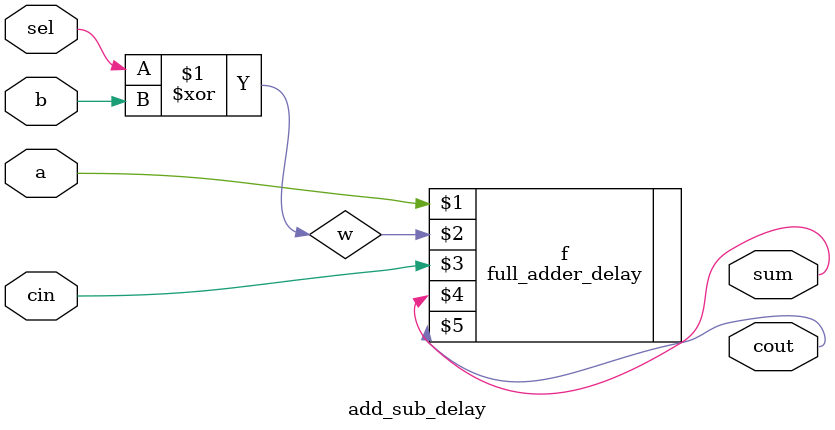
<source format=v>
/*--  *******************************************************
--  Computer Architecture Course, Laboratory Sources 
--  Amirkabir University of Technology (Tehran Polytechnic)
--  Department of Computer Engineering (CE-AUT)
--  https://ce[dot]aut[dot]ac[dot]ir
--  *******************************************************
--  All Rights reserved (C) 2019-2020
--  *******************************************************
--  Student ID  : 
--  Student Name: 
--  Student Mail: 
--  *******************************************************
--  Additional Comments:
--
--*/

/*-----------------------------------------------------------
---  Module Name: Single Bit Adder/Subtractor
---  Description: Lab 07 Part 1
-----------------------------------------------------------*/
`timescale 1 ns/1 ns

module add_sub_delay (
	input a ,
	input b ,
	input cin ,
	input sel ,
	output sum ,
	output cout
);

	wire w;
	xor #10 x1(w,sel,b);
	full_adder_delay f(a,w,cin,sum,cout);

endmodule

</source>
